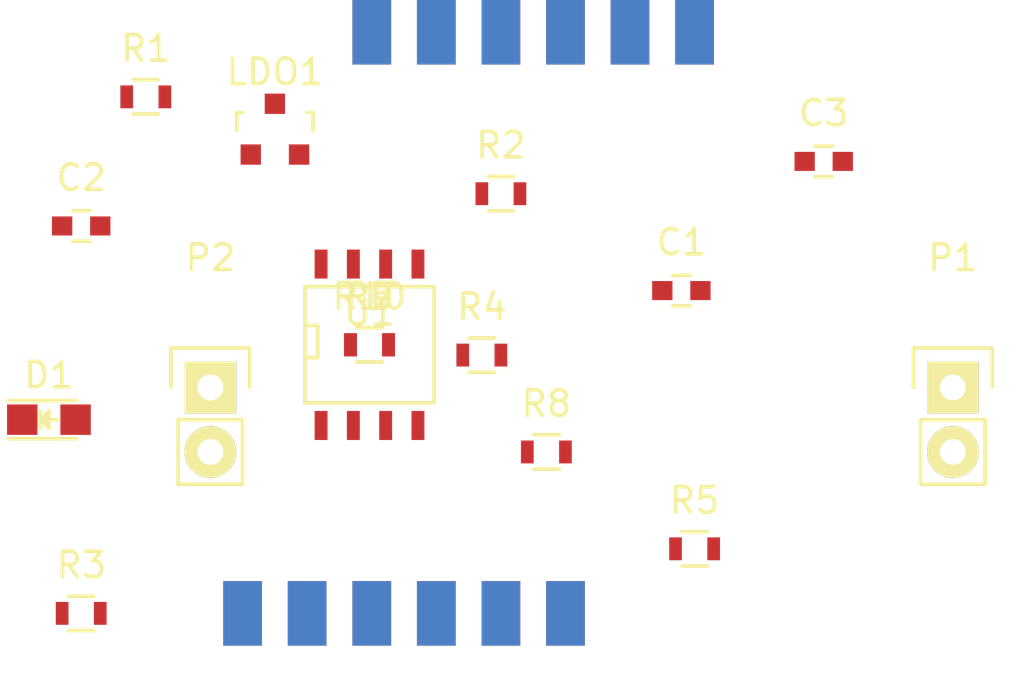
<source format=kicad_pcb>
(kicad_pcb (version 4) (host pcbnew 4.0.0-rc1-stable)

  (general
    (links 50)
    (no_connects 27)
    (area 0 0 0 0)
    (thickness 1.6)
    (drawings 0)
    (tracks 0)
    (zones 0)
    (modules 20)
    (nets 18)
  )

  (page A4)
  (layers
    (0 F.Cu signal)
    (31 B.Cu signal)
    (32 B.Adhes user)
    (33 F.Adhes user)
    (34 B.Paste user)
    (35 F.Paste user)
    (36 B.SilkS user)
    (37 F.SilkS user)
    (38 B.Mask user)
    (39 F.Mask user)
    (40 Dwgs.User user)
    (41 Cmts.User user)
    (42 Eco1.User user)
    (43 Eco2.User user)
    (44 Edge.Cuts user)
    (45 Margin user)
    (46 B.CrtYd user)
    (47 F.CrtYd user)
    (48 B.Fab user)
    (49 F.Fab user)
  )

  (setup
    (last_trace_width 0.25)
    (trace_clearance 0.2)
    (zone_clearance 0.508)
    (zone_45_only no)
    (trace_min 0.2)
    (segment_width 0.2)
    (edge_width 0.15)
    (via_size 0.6)
    (via_drill 0.4)
    (via_min_size 0.4)
    (via_min_drill 0.3)
    (uvia_size 0.3)
    (uvia_drill 0.1)
    (uvias_allowed no)
    (uvia_min_size 0.2)
    (uvia_min_drill 0.1)
    (pcb_text_width 0.3)
    (pcb_text_size 1.5 1.5)
    (mod_edge_width 0.15)
    (mod_text_size 1 1)
    (mod_text_width 0.15)
    (pad_size 1.524 1.524)
    (pad_drill 0.762)
    (pad_to_mask_clearance 0.2)
    (aux_axis_origin 0 0)
    (visible_elements FFFFFF7F)
    (pcbplotparams
      (layerselection 0x00030_80000001)
      (usegerberextensions false)
      (excludeedgelayer true)
      (linewidth 0.100000)
      (plotframeref false)
      (viasonmask false)
      (mode 1)
      (useauxorigin false)
      (hpglpennumber 1)
      (hpglpenspeed 20)
      (hpglpendiameter 15)
      (hpglpenoverlay 2)
      (psnegative false)
      (psa4output false)
      (plotreference true)
      (plotvalue true)
      (plotinvisibletext false)
      (padsonsilk false)
      (subtractmaskfromsilk false)
      (outputformat 1)
      (mirror false)
      (drillshape 1)
      (scaleselection 1)
      (outputdirectory ""))
  )

  (net 0 "")
  (net 1 /5V)
  (net 2 GND)
  (net 3 /3v3)
  (net 4 "Net-(D1-Pad2)")
  (net 5 /SDA)
  (net 6 /X3)
  (net 7 /X2)
  (net 8 /X1)
  (net 9 /SCL)
  (net 10 /X6)
  (net 11 /X7)
  (net 12 /X0)
  (net 13 "Net-(P1-Pad1)")
  (net 14 "Net-(P1-Pad2)")
  (net 15 "Net-(P2-Pad1)")
  (net 16 "Net-(R8-Pad1)")
  (net 17 "Net-(U1-Pad8)")

  (net_class Default "This is the default net class."
    (clearance 0.2)
    (trace_width 0.25)
    (via_dia 0.6)
    (via_drill 0.4)
    (uvia_dia 0.3)
    (uvia_drill 0.1)
    (add_net /3v3)
    (add_net /5V)
    (add_net /SCL)
    (add_net /SDA)
    (add_net /X0)
    (add_net /X1)
    (add_net /X2)
    (add_net /X3)
    (add_net /X6)
    (add_net /X7)
    (add_net GND)
    (add_net "Net-(D1-Pad2)")
    (add_net "Net-(P1-Pad1)")
    (add_net "Net-(P1-Pad2)")
    (add_net "Net-(P2-Pad1)")
    (add_net "Net-(R8-Pad1)")
    (add_net "Net-(U1-Pad8)")
  )

  (module Capacitors_SMD:C_0603 (layer F.Cu) (tedit 5415D631) (tstamp 5622E883)
    (at 160.77 102.87)
    (descr "Capacitor SMD 0603, reflow soldering, AVX (see smccp.pdf)")
    (tags "capacitor 0603")
    (path /5622D561)
    (attr smd)
    (fp_text reference C1 (at 0 -1.9) (layer F.SilkS)
      (effects (font (size 1 1) (thickness 0.15)))
    )
    (fp_text value 0.1uF (at 0 1.9) (layer F.Fab)
      (effects (font (size 1 1) (thickness 0.15)))
    )
    (fp_line (start -1.45 -0.75) (end 1.45 -0.75) (layer F.CrtYd) (width 0.05))
    (fp_line (start -1.45 0.75) (end 1.45 0.75) (layer F.CrtYd) (width 0.05))
    (fp_line (start -1.45 -0.75) (end -1.45 0.75) (layer F.CrtYd) (width 0.05))
    (fp_line (start 1.45 -0.75) (end 1.45 0.75) (layer F.CrtYd) (width 0.05))
    (fp_line (start -0.35 -0.6) (end 0.35 -0.6) (layer F.SilkS) (width 0.15))
    (fp_line (start 0.35 0.6) (end -0.35 0.6) (layer F.SilkS) (width 0.15))
    (pad 1 smd rect (at -0.75 0) (size 0.8 0.75) (layers F.Cu F.Paste F.Mask)
      (net 1 /5V))
    (pad 2 smd rect (at 0.75 0) (size 0.8 0.75) (layers F.Cu F.Paste F.Mask)
      (net 2 GND))
    (model Capacitors_SMD.3dshapes/C_0603.wrl
      (at (xyz 0 0 0))
      (scale (xyz 1 1 1))
      (rotate (xyz 0 0 0))
    )
  )

  (module Capacitors_SMD:C_0603 (layer F.Cu) (tedit 5415D631) (tstamp 5622E889)
    (at 137.16 100.33)
    (descr "Capacitor SMD 0603, reflow soldering, AVX (see smccp.pdf)")
    (tags "capacitor 0603")
    (path /5622D5D7)
    (attr smd)
    (fp_text reference C2 (at 0 -1.9) (layer F.SilkS)
      (effects (font (size 1 1) (thickness 0.15)))
    )
    (fp_text value 0.1uF (at 0 1.9) (layer F.Fab)
      (effects (font (size 1 1) (thickness 0.15)))
    )
    (fp_line (start -1.45 -0.75) (end 1.45 -0.75) (layer F.CrtYd) (width 0.05))
    (fp_line (start -1.45 0.75) (end 1.45 0.75) (layer F.CrtYd) (width 0.05))
    (fp_line (start -1.45 -0.75) (end -1.45 0.75) (layer F.CrtYd) (width 0.05))
    (fp_line (start 1.45 -0.75) (end 1.45 0.75) (layer F.CrtYd) (width 0.05))
    (fp_line (start -0.35 -0.6) (end 0.35 -0.6) (layer F.SilkS) (width 0.15))
    (fp_line (start 0.35 0.6) (end -0.35 0.6) (layer F.SilkS) (width 0.15))
    (pad 1 smd rect (at -0.75 0) (size 0.8 0.75) (layers F.Cu F.Paste F.Mask)
      (net 3 /3v3))
    (pad 2 smd rect (at 0.75 0) (size 0.8 0.75) (layers F.Cu F.Paste F.Mask)
      (net 2 GND))
    (model Capacitors_SMD.3dshapes/C_0603.wrl
      (at (xyz 0 0 0))
      (scale (xyz 1 1 1))
      (rotate (xyz 0 0 0))
    )
  )

  (module Capacitors_SMD:C_0603 (layer F.Cu) (tedit 5415D631) (tstamp 5622E88F)
    (at 166.37 97.79)
    (descr "Capacitor SMD 0603, reflow soldering, AVX (see smccp.pdf)")
    (tags "capacitor 0603")
    (path /5622D64B)
    (attr smd)
    (fp_text reference C3 (at 0 -1.9) (layer F.SilkS)
      (effects (font (size 1 1) (thickness 0.15)))
    )
    (fp_text value 10uF (at 0 1.9) (layer F.Fab)
      (effects (font (size 1 1) (thickness 0.15)))
    )
    (fp_line (start -1.45 -0.75) (end 1.45 -0.75) (layer F.CrtYd) (width 0.05))
    (fp_line (start -1.45 0.75) (end 1.45 0.75) (layer F.CrtYd) (width 0.05))
    (fp_line (start -1.45 -0.75) (end -1.45 0.75) (layer F.CrtYd) (width 0.05))
    (fp_line (start 1.45 -0.75) (end 1.45 0.75) (layer F.CrtYd) (width 0.05))
    (fp_line (start -0.35 -0.6) (end 0.35 -0.6) (layer F.SilkS) (width 0.15))
    (fp_line (start 0.35 0.6) (end -0.35 0.6) (layer F.SilkS) (width 0.15))
    (pad 1 smd rect (at -0.75 0) (size 0.8 0.75) (layers F.Cu F.Paste F.Mask)
      (net 3 /3v3))
    (pad 2 smd rect (at 0.75 0) (size 0.8 0.75) (layers F.Cu F.Paste F.Mask)
      (net 2 GND))
    (model Capacitors_SMD.3dshapes/C_0603.wrl
      (at (xyz 0 0 0))
      (scale (xyz 1 1 1))
      (rotate (xyz 0 0 0))
    )
  )

  (module LEDs:LED-0805 (layer F.Cu) (tedit 55BDE1C2) (tstamp 5622E895)
    (at 135.89 107.95)
    (descr "LED 0805 smd package")
    (tags "LED 0805 SMD")
    (path /5622EB88)
    (attr smd)
    (fp_text reference D1 (at 0 -1.75) (layer F.SilkS)
      (effects (font (size 1 1) (thickness 0.15)))
    )
    (fp_text value POW (at 0 1.75) (layer F.Fab)
      (effects (font (size 1 1) (thickness 0.15)))
    )
    (fp_line (start -1.6 0.75) (end 1.1 0.75) (layer F.SilkS) (width 0.15))
    (fp_line (start -1.6 -0.75) (end 1.1 -0.75) (layer F.SilkS) (width 0.15))
    (fp_line (start -0.1 0.15) (end -0.1 -0.1) (layer F.SilkS) (width 0.15))
    (fp_line (start -0.1 -0.1) (end -0.25 0.05) (layer F.SilkS) (width 0.15))
    (fp_line (start -0.35 -0.35) (end -0.35 0.35) (layer F.SilkS) (width 0.15))
    (fp_line (start 0 0) (end 0.35 0) (layer F.SilkS) (width 0.15))
    (fp_line (start -0.35 0) (end 0 -0.35) (layer F.SilkS) (width 0.15))
    (fp_line (start 0 -0.35) (end 0 0.35) (layer F.SilkS) (width 0.15))
    (fp_line (start 0 0.35) (end -0.35 0) (layer F.SilkS) (width 0.15))
    (fp_line (start 1.9 -0.95) (end 1.9 0.95) (layer F.CrtYd) (width 0.05))
    (fp_line (start 1.9 0.95) (end -1.9 0.95) (layer F.CrtYd) (width 0.05))
    (fp_line (start -1.9 0.95) (end -1.9 -0.95) (layer F.CrtYd) (width 0.05))
    (fp_line (start -1.9 -0.95) (end 1.9 -0.95) (layer F.CrtYd) (width 0.05))
    (pad 2 smd rect (at 1.04902 0 180) (size 1.19888 1.19888) (layers F.Cu F.Paste F.Mask)
      (net 4 "Net-(D1-Pad2)"))
    (pad 1 smd rect (at -1.04902 0 180) (size 1.19888 1.19888) (layers F.Cu F.Paste F.Mask)
      (net 2 GND))
    (model LEDs.3dshapes/LED-0805.wrl
      (at (xyz 0 0 0))
      (scale (xyz 1 1 1))
      (rotate (xyz 0 0 0))
    )
  )

  (module "Libraries - KiCAD:modular8_rev3_edge" (layer F.Cu) (tedit 560B6D0D) (tstamp 5622E8A5)
    (at 153.67 92.71)
    (path /5622D374)
    (fp_text reference J1 (at -3.81 -3.81) (layer F.SilkS) hide
      (effects (font (size 1 1) (thickness 0.15)))
    )
    (fp_text value modular8_rev3_interface_master (at 1.27 -2.54) (layer F.Fab) hide
      (effects (font (size 1 1) (thickness 0.15)))
    )
    (pad 1 smd rect (at -5.08 0) (size 1.524 2.54) (layers F.Cu F.Paste F.Mask)
      (net 1 /5V))
    (pad 3 smd rect (at -2.54 0) (size 1.524 2.54) (layers F.Cu F.Paste F.Mask)
      (net 5 /SDA))
    (pad 5 smd rect (at 0 0) (size 1.524 2.54) (layers F.Cu F.Paste F.Mask)
      (net 2 GND))
    (pad 7 smd rect (at 2.54 0) (size 1.524 2.54) (layers F.Cu F.Paste F.Mask)
      (net 6 /X3))
    (pad 9 smd rect (at 5.08 0) (size 1.524 2.54) (layers F.Cu F.Paste F.Mask)
      (net 7 /X2))
    (pad 11 smd rect (at 7.62 0) (size 1.524 2.54) (layers F.Cu F.Paste F.Mask)
      (net 8 /X1))
    (pad 2 smd rect (at -5.08 0) (size 1.524 2.54) (layers B.Cu F.Paste F.Mask)
      (net 9 /SCL))
    (pad 4 smd rect (at -2.54 0) (size 1.524 2.54) (layers B.Cu F.Paste F.Mask)
      (net 10 /X6))
    (pad 6 smd rect (at 0 0) (size 1.524 2.54) (layers B.Cu F.Paste F.Mask)
      (net 11 /X7))
    (pad 8 smd rect (at 2.54 0) (size 1.524 2.54) (layers B.Cu F.Paste F.Mask)
      (net 2 GND))
    (pad 10 smd rect (at 5.08 0) (size 1.524 2.54) (layers B.Cu F.Paste F.Mask)
      (net 12 /X0))
    (pad 12 smd rect (at 7.62 0) (size 1.524 2.54) (layers B.Cu F.Paste F.Mask)
      (net 1 /5V))
  )

  (module "Libraries - KiCAD:modular8_rev3_edge" (layer F.Cu) (tedit 560B6D0D) (tstamp 5622E8B5)
    (at 148.59 115.57)
    (path /5622D39F)
    (fp_text reference J2 (at -3.81 -3.81) (layer F.SilkS) hide
      (effects (font (size 1 1) (thickness 0.15)))
    )
    (fp_text value modular8_rev3_interface_slave (at 1.27 -2.54) (layer F.Fab) hide
      (effects (font (size 1 1) (thickness 0.15)))
    )
    (pad 1 smd rect (at -5.08 0) (size 1.524 2.54) (layers F.Cu F.Paste F.Mask)
      (net 8 /X1))
    (pad 3 smd rect (at -2.54 0) (size 1.524 2.54) (layers F.Cu F.Paste F.Mask)
      (net 7 /X2))
    (pad 5 smd rect (at 0 0) (size 1.524 2.54) (layers F.Cu F.Paste F.Mask)
      (net 6 /X3))
    (pad 7 smd rect (at 2.54 0) (size 1.524 2.54) (layers F.Cu F.Paste F.Mask)
      (net 2 GND))
    (pad 9 smd rect (at 5.08 0) (size 1.524 2.54) (layers F.Cu F.Paste F.Mask)
      (net 5 /SDA))
    (pad 11 smd rect (at 7.62 0) (size 1.524 2.54) (layers F.Cu F.Paste F.Mask)
      (net 1 /5V))
    (pad 2 smd rect (at -5.08 0) (size 1.524 2.54) (layers B.Cu F.Paste F.Mask)
      (net 1 /5V))
    (pad 4 smd rect (at -2.54 0) (size 1.524 2.54) (layers B.Cu F.Paste F.Mask)
      (net 12 /X0))
    (pad 6 smd rect (at 0 0) (size 1.524 2.54) (layers B.Cu F.Paste F.Mask)
      (net 2 GND))
    (pad 8 smd rect (at 2.54 0) (size 1.524 2.54) (layers B.Cu F.Paste F.Mask)
      (net 11 /X7))
    (pad 10 smd rect (at 5.08 0) (size 1.524 2.54) (layers B.Cu F.Paste F.Mask)
      (net 10 /X6))
    (pad 12 smd rect (at 7.62 0) (size 1.524 2.54) (layers B.Cu F.Paste F.Mask)
      (net 9 /SCL))
  )

  (module TO_SOT_Packages_SMD:SOT-23 (layer F.Cu) (tedit 553634F8) (tstamp 5622E8BC)
    (at 144.78 96.52)
    (descr "SOT-23, Standard")
    (tags SOT-23)
    (path /5622D43F)
    (attr smd)
    (fp_text reference LDO1 (at 0 -2.25) (layer F.SilkS)
      (effects (font (size 1 1) (thickness 0.15)))
    )
    (fp_text value AP7313-33SAG-7 (at 0 2.3) (layer F.Fab)
      (effects (font (size 1 1) (thickness 0.15)))
    )
    (fp_line (start -1.65 -1.6) (end 1.65 -1.6) (layer F.CrtYd) (width 0.05))
    (fp_line (start 1.65 -1.6) (end 1.65 1.6) (layer F.CrtYd) (width 0.05))
    (fp_line (start 1.65 1.6) (end -1.65 1.6) (layer F.CrtYd) (width 0.05))
    (fp_line (start -1.65 1.6) (end -1.65 -1.6) (layer F.CrtYd) (width 0.05))
    (fp_line (start 1.29916 -0.65024) (end 1.2509 -0.65024) (layer F.SilkS) (width 0.15))
    (fp_line (start -1.49982 0.0508) (end -1.49982 -0.65024) (layer F.SilkS) (width 0.15))
    (fp_line (start -1.49982 -0.65024) (end -1.2509 -0.65024) (layer F.SilkS) (width 0.15))
    (fp_line (start 1.29916 -0.65024) (end 1.49982 -0.65024) (layer F.SilkS) (width 0.15))
    (fp_line (start 1.49982 -0.65024) (end 1.49982 0.0508) (layer F.SilkS) (width 0.15))
    (pad 1 smd rect (at -0.95 1.00076) (size 0.8001 0.8001) (layers F.Cu F.Paste F.Mask)
      (net 1 /5V))
    (pad 2 smd rect (at 0.95 1.00076) (size 0.8001 0.8001) (layers F.Cu F.Paste F.Mask)
      (net 3 /3v3))
    (pad 3 smd rect (at 0 -0.99822) (size 0.8001 0.8001) (layers F.Cu F.Paste F.Mask)
      (net 2 GND))
    (model TO_SOT_Packages_SMD.3dshapes/SOT-23.wrl
      (at (xyz 0 0 0))
      (scale (xyz 1 1 1))
      (rotate (xyz 0 0 0))
    )
  )

  (module Pin_Headers:Pin_Header_Straight_1x02 (layer F.Cu) (tedit 54EA090C) (tstamp 5622E8C2)
    (at 171.45 106.68)
    (descr "Through hole pin header")
    (tags "pin header")
    (path /5622E960)
    (fp_text reference P1 (at 0 -5.1) (layer F.SilkS)
      (effects (font (size 1 1) (thickness 0.15)))
    )
    (fp_text value ASCALE (at 0 -3.1) (layer F.Fab)
      (effects (font (size 1 1) (thickness 0.15)))
    )
    (fp_line (start 1.27 1.27) (end 1.27 3.81) (layer F.SilkS) (width 0.15))
    (fp_line (start 1.55 -1.55) (end 1.55 0) (layer F.SilkS) (width 0.15))
    (fp_line (start -1.75 -1.75) (end -1.75 4.3) (layer F.CrtYd) (width 0.05))
    (fp_line (start 1.75 -1.75) (end 1.75 4.3) (layer F.CrtYd) (width 0.05))
    (fp_line (start -1.75 -1.75) (end 1.75 -1.75) (layer F.CrtYd) (width 0.05))
    (fp_line (start -1.75 4.3) (end 1.75 4.3) (layer F.CrtYd) (width 0.05))
    (fp_line (start 1.27 1.27) (end -1.27 1.27) (layer F.SilkS) (width 0.15))
    (fp_line (start -1.55 0) (end -1.55 -1.55) (layer F.SilkS) (width 0.15))
    (fp_line (start -1.55 -1.55) (end 1.55 -1.55) (layer F.SilkS) (width 0.15))
    (fp_line (start -1.27 1.27) (end -1.27 3.81) (layer F.SilkS) (width 0.15))
    (fp_line (start -1.27 3.81) (end 1.27 3.81) (layer F.SilkS) (width 0.15))
    (pad 1 thru_hole rect (at 0 0) (size 2.032 2.032) (drill 1.016) (layers *.Cu *.Mask F.SilkS)
      (net 13 "Net-(P1-Pad1)"))
    (pad 2 thru_hole oval (at 0 2.54) (size 2.032 2.032) (drill 1.016) (layers *.Cu *.Mask F.SilkS)
      (net 14 "Net-(P1-Pad2)"))
    (model Pin_Headers.3dshapes/Pin_Header_Straight_1x02.wrl
      (at (xyz 0 -0.05 0))
      (scale (xyz 1 1 1))
      (rotate (xyz 0 0 90))
    )
  )

  (module Pin_Headers:Pin_Header_Straight_1x02 (layer F.Cu) (tedit 54EA090C) (tstamp 5622E8C8)
    (at 142.24 106.68)
    (descr "Through hole pin header")
    (tags "pin header")
    (path /5622E861)
    (fp_text reference P2 (at 0 -5.1) (layer F.SilkS)
      (effects (font (size 1 1) (thickness 0.15)))
    )
    (fp_text value CLKW (at 0 -3.1) (layer F.Fab)
      (effects (font (size 1 1) (thickness 0.15)))
    )
    (fp_line (start 1.27 1.27) (end 1.27 3.81) (layer F.SilkS) (width 0.15))
    (fp_line (start 1.55 -1.55) (end 1.55 0) (layer F.SilkS) (width 0.15))
    (fp_line (start -1.75 -1.75) (end -1.75 4.3) (layer F.CrtYd) (width 0.05))
    (fp_line (start 1.75 -1.75) (end 1.75 4.3) (layer F.CrtYd) (width 0.05))
    (fp_line (start -1.75 -1.75) (end 1.75 -1.75) (layer F.CrtYd) (width 0.05))
    (fp_line (start -1.75 4.3) (end 1.75 4.3) (layer F.CrtYd) (width 0.05))
    (fp_line (start 1.27 1.27) (end -1.27 1.27) (layer F.SilkS) (width 0.15))
    (fp_line (start -1.55 0) (end -1.55 -1.55) (layer F.SilkS) (width 0.15))
    (fp_line (start -1.55 -1.55) (end 1.55 -1.55) (layer F.SilkS) (width 0.15))
    (fp_line (start -1.27 1.27) (end -1.27 3.81) (layer F.SilkS) (width 0.15))
    (fp_line (start -1.27 3.81) (end 1.27 3.81) (layer F.SilkS) (width 0.15))
    (pad 1 thru_hole rect (at 0 0) (size 2.032 2.032) (drill 1.016) (layers *.Cu *.Mask F.SilkS)
      (net 15 "Net-(P2-Pad1)"))
    (pad 2 thru_hole oval (at 0 2.54) (size 2.032 2.032) (drill 1.016) (layers *.Cu *.Mask F.SilkS)
      (net 2 GND))
    (model Pin_Headers.3dshapes/Pin_Header_Straight_1x02.wrl
      (at (xyz 0 -0.05 0))
      (scale (xyz 1 1 1))
      (rotate (xyz 0 0 90))
    )
  )

  (module Resistors_SMD:R_0603 (layer F.Cu) (tedit 5415CC62) (tstamp 5622E8CE)
    (at 139.7 95.25)
    (descr "Resistor SMD 0603, reflow soldering, Vishay (see dcrcw.pdf)")
    (tags "resistor 0603")
    (path /5622ED36)
    (attr smd)
    (fp_text reference R1 (at 0 -1.9) (layer F.SilkS)
      (effects (font (size 1 1) (thickness 0.15)))
    )
    (fp_text value 680 (at 0 1.9) (layer F.Fab)
      (effects (font (size 1 1) (thickness 0.15)))
    )
    (fp_line (start -1.3 -0.8) (end 1.3 -0.8) (layer F.CrtYd) (width 0.05))
    (fp_line (start -1.3 0.8) (end 1.3 0.8) (layer F.CrtYd) (width 0.05))
    (fp_line (start -1.3 -0.8) (end -1.3 0.8) (layer F.CrtYd) (width 0.05))
    (fp_line (start 1.3 -0.8) (end 1.3 0.8) (layer F.CrtYd) (width 0.05))
    (fp_line (start 0.5 0.675) (end -0.5 0.675) (layer F.SilkS) (width 0.15))
    (fp_line (start -0.5 -0.675) (end 0.5 -0.675) (layer F.SilkS) (width 0.15))
    (pad 1 smd rect (at -0.75 0) (size 0.5 0.9) (layers F.Cu F.Paste F.Mask)
      (net 3 /3v3))
    (pad 2 smd rect (at 0.75 0) (size 0.5 0.9) (layers F.Cu F.Paste F.Mask)
      (net 4 "Net-(D1-Pad2)"))
    (model Resistors_SMD.3dshapes/R_0603.wrl
      (at (xyz 0 0 0))
      (scale (xyz 1 1 1))
      (rotate (xyz 0 0 0))
    )
  )

  (module Resistors_SMD:R_0603 (layer F.Cu) (tedit 5415CC62) (tstamp 5622E8D4)
    (at 153.67 99.06)
    (descr "Resistor SMD 0603, reflow soldering, Vishay (see dcrcw.pdf)")
    (tags "resistor 0603")
    (path /5622F17A)
    (attr smd)
    (fp_text reference R2 (at 0 -1.9) (layer F.SilkS)
      (effects (font (size 1 1) (thickness 0.15)))
    )
    (fp_text value 0 (at 0 1.9) (layer F.Fab)
      (effects (font (size 1 1) (thickness 0.15)))
    )
    (fp_line (start -1.3 -0.8) (end 1.3 -0.8) (layer F.CrtYd) (width 0.05))
    (fp_line (start -1.3 0.8) (end 1.3 0.8) (layer F.CrtYd) (width 0.05))
    (fp_line (start -1.3 -0.8) (end -1.3 0.8) (layer F.CrtYd) (width 0.05))
    (fp_line (start 1.3 -0.8) (end 1.3 0.8) (layer F.CrtYd) (width 0.05))
    (fp_line (start 0.5 0.675) (end -0.5 0.675) (layer F.SilkS) (width 0.15))
    (fp_line (start -0.5 -0.675) (end 0.5 -0.675) (layer F.SilkS) (width 0.15))
    (pad 1 smd rect (at -0.75 0) (size 0.5 0.9) (layers F.Cu F.Paste F.Mask)
      (net 12 /X0))
    (pad 2 smd rect (at 0.75 0) (size 0.5 0.9) (layers F.Cu F.Paste F.Mask)
      (net 13 "Net-(P1-Pad1)"))
    (model Resistors_SMD.3dshapes/R_0603.wrl
      (at (xyz 0 0 0))
      (scale (xyz 1 1 1))
      (rotate (xyz 0 0 0))
    )
  )

  (module Resistors_SMD:R_0603 (layer F.Cu) (tedit 5415CC62) (tstamp 5622E8DA)
    (at 137.16 115.57)
    (descr "Resistor SMD 0603, reflow soldering, Vishay (see dcrcw.pdf)")
    (tags "resistor 0603")
    (path /5622F10E)
    (attr smd)
    (fp_text reference R3 (at 0 -1.9) (layer F.SilkS)
      (effects (font (size 1 1) (thickness 0.15)))
    )
    (fp_text value 0 (at 0 1.9) (layer F.Fab)
      (effects (font (size 1 1) (thickness 0.15)))
    )
    (fp_line (start -1.3 -0.8) (end 1.3 -0.8) (layer F.CrtYd) (width 0.05))
    (fp_line (start -1.3 0.8) (end 1.3 0.8) (layer F.CrtYd) (width 0.05))
    (fp_line (start -1.3 -0.8) (end -1.3 0.8) (layer F.CrtYd) (width 0.05))
    (fp_line (start 1.3 -0.8) (end 1.3 0.8) (layer F.CrtYd) (width 0.05))
    (fp_line (start 0.5 0.675) (end -0.5 0.675) (layer F.SilkS) (width 0.15))
    (fp_line (start -0.5 -0.675) (end 0.5 -0.675) (layer F.SilkS) (width 0.15))
    (pad 1 smd rect (at -0.75 0) (size 0.5 0.9) (layers F.Cu F.Paste F.Mask)
      (net 8 /X1))
    (pad 2 smd rect (at 0.75 0) (size 0.5 0.9) (layers F.Cu F.Paste F.Mask)
      (net 13 "Net-(P1-Pad1)"))
    (model Resistors_SMD.3dshapes/R_0603.wrl
      (at (xyz 0 0 0))
      (scale (xyz 1 1 1))
      (rotate (xyz 0 0 0))
    )
  )

  (module Resistors_SMD:R_0603 (layer F.Cu) (tedit 5415CC62) (tstamp 5622E8E0)
    (at 152.92 105.41)
    (descr "Resistor SMD 0603, reflow soldering, Vishay (see dcrcw.pdf)")
    (tags "resistor 0603")
    (path /5622EFE6)
    (attr smd)
    (fp_text reference R4 (at 0 -1.9) (layer F.SilkS)
      (effects (font (size 1 1) (thickness 0.15)))
    )
    (fp_text value 0 (at 0 1.9) (layer F.Fab)
      (effects (font (size 1 1) (thickness 0.15)))
    )
    (fp_line (start -1.3 -0.8) (end 1.3 -0.8) (layer F.CrtYd) (width 0.05))
    (fp_line (start -1.3 0.8) (end 1.3 0.8) (layer F.CrtYd) (width 0.05))
    (fp_line (start -1.3 -0.8) (end -1.3 0.8) (layer F.CrtYd) (width 0.05))
    (fp_line (start 1.3 -0.8) (end 1.3 0.8) (layer F.CrtYd) (width 0.05))
    (fp_line (start 0.5 0.675) (end -0.5 0.675) (layer F.SilkS) (width 0.15))
    (fp_line (start -0.5 -0.675) (end 0.5 -0.675) (layer F.SilkS) (width 0.15))
    (pad 1 smd rect (at -0.75 0) (size 0.5 0.9) (layers F.Cu F.Paste F.Mask)
      (net 7 /X2))
    (pad 2 smd rect (at 0.75 0) (size 0.5 0.9) (layers F.Cu F.Paste F.Mask)
      (net 13 "Net-(P1-Pad1)"))
    (model Resistors_SMD.3dshapes/R_0603.wrl
      (at (xyz 0 0 0))
      (scale (xyz 1 1 1))
      (rotate (xyz 0 0 0))
    )
  )

  (module Resistors_SMD:R_0603 (layer F.Cu) (tedit 5415CC62) (tstamp 5622E8E6)
    (at 161.29 113.03)
    (descr "Resistor SMD 0603, reflow soldering, Vishay (see dcrcw.pdf)")
    (tags "resistor 0603")
    (path /5622F3A7)
    (attr smd)
    (fp_text reference R5 (at 0 -1.9) (layer F.SilkS)
      (effects (font (size 1 1) (thickness 0.15)))
    )
    (fp_text value 0 (at 0 1.9) (layer F.Fab)
      (effects (font (size 1 1) (thickness 0.15)))
    )
    (fp_line (start -1.3 -0.8) (end 1.3 -0.8) (layer F.CrtYd) (width 0.05))
    (fp_line (start -1.3 0.8) (end 1.3 0.8) (layer F.CrtYd) (width 0.05))
    (fp_line (start -1.3 -0.8) (end -1.3 0.8) (layer F.CrtYd) (width 0.05))
    (fp_line (start 1.3 -0.8) (end 1.3 0.8) (layer F.CrtYd) (width 0.05))
    (fp_line (start 0.5 0.675) (end -0.5 0.675) (layer F.SilkS) (width 0.15))
    (fp_line (start -0.5 -0.675) (end 0.5 -0.675) (layer F.SilkS) (width 0.15))
    (pad 1 smd rect (at -0.75 0) (size 0.5 0.9) (layers F.Cu F.Paste F.Mask)
      (net 6 /X3))
    (pad 2 smd rect (at 0.75 0) (size 0.5 0.9) (layers F.Cu F.Paste F.Mask)
      (net 13 "Net-(P1-Pad1)"))
    (model Resistors_SMD.3dshapes/R_0603.wrl
      (at (xyz 0 0 0))
      (scale (xyz 1 1 1))
      (rotate (xyz 0 0 0))
    )
  )

  (module Resistors_SMD:R_0603 (layer F.Cu) (tedit 5415CC62) (tstamp 5622E8EC)
    (at 148.5011 105.0036)
    (descr "Resistor SMD 0603, reflow soldering, Vishay (see dcrcw.pdf)")
    (tags "resistor 0603")
    (path /5622F3A1)
    (attr smd)
    (fp_text reference R6 (at 0 -1.9) (layer F.SilkS)
      (effects (font (size 1 1) (thickness 0.15)))
    )
    (fp_text value 0 (at 0 1.9) (layer F.Fab)
      (effects (font (size 1 1) (thickness 0.15)))
    )
    (fp_line (start -1.3 -0.8) (end 1.3 -0.8) (layer F.CrtYd) (width 0.05))
    (fp_line (start -1.3 0.8) (end 1.3 0.8) (layer F.CrtYd) (width 0.05))
    (fp_line (start -1.3 -0.8) (end -1.3 0.8) (layer F.CrtYd) (width 0.05))
    (fp_line (start 1.3 -0.8) (end 1.3 0.8) (layer F.CrtYd) (width 0.05))
    (fp_line (start 0.5 0.675) (end -0.5 0.675) (layer F.SilkS) (width 0.15))
    (fp_line (start -0.5 -0.675) (end 0.5 -0.675) (layer F.SilkS) (width 0.15))
    (pad 1 smd rect (at -0.75 0) (size 0.5 0.9) (layers F.Cu F.Paste F.Mask)
      (net 10 /X6))
    (pad 2 smd rect (at 0.75 0) (size 0.5 0.9) (layers F.Cu F.Paste F.Mask)
      (net 13 "Net-(P1-Pad1)"))
    (model Resistors_SMD.3dshapes/R_0603.wrl
      (at (xyz 0 0 0))
      (scale (xyz 1 1 1))
      (rotate (xyz 0 0 0))
    )
  )

  (module Resistors_SMD:R_0603 (layer F.Cu) (tedit 5415CC62) (tstamp 5622E8F2)
    (at 148.5011 105.0036)
    (descr "Resistor SMD 0603, reflow soldering, Vishay (see dcrcw.pdf)")
    (tags "resistor 0603")
    (path /5622F39B)
    (attr smd)
    (fp_text reference R7 (at 0 -1.9) (layer F.SilkS)
      (effects (font (size 1 1) (thickness 0.15)))
    )
    (fp_text value 0 (at 0 1.9) (layer F.Fab)
      (effects (font (size 1 1) (thickness 0.15)))
    )
    (fp_line (start -1.3 -0.8) (end 1.3 -0.8) (layer F.CrtYd) (width 0.05))
    (fp_line (start -1.3 0.8) (end 1.3 0.8) (layer F.CrtYd) (width 0.05))
    (fp_line (start -1.3 -0.8) (end -1.3 0.8) (layer F.CrtYd) (width 0.05))
    (fp_line (start 1.3 -0.8) (end 1.3 0.8) (layer F.CrtYd) (width 0.05))
    (fp_line (start 0.5 0.675) (end -0.5 0.675) (layer F.SilkS) (width 0.15))
    (fp_line (start -0.5 -0.675) (end 0.5 -0.675) (layer F.SilkS) (width 0.15))
    (pad 1 smd rect (at -0.75 0) (size 0.5 0.9) (layers F.Cu F.Paste F.Mask)
      (net 11 /X7))
    (pad 2 smd rect (at 0.75 0) (size 0.5 0.9) (layers F.Cu F.Paste F.Mask)
      (net 13 "Net-(P1-Pad1)"))
    (model Resistors_SMD.3dshapes/R_0603.wrl
      (at (xyz 0 0 0))
      (scale (xyz 1 1 1))
      (rotate (xyz 0 0 0))
    )
  )

  (module Resistors_SMD:R_0603 (layer F.Cu) (tedit 5415CC62) (tstamp 5622E8F8)
    (at 155.46 109.22)
    (descr "Resistor SMD 0603, reflow soldering, Vishay (see dcrcw.pdf)")
    (tags "resistor 0603")
    (path /5622E4A0)
    (attr smd)
    (fp_text reference R8 (at 0 -1.9) (layer F.SilkS)
      (effects (font (size 1 1) (thickness 0.15)))
    )
    (fp_text value 20k (at 0 1.9) (layer F.Fab)
      (effects (font (size 1 1) (thickness 0.15)))
    )
    (fp_line (start -1.3 -0.8) (end 1.3 -0.8) (layer F.CrtYd) (width 0.05))
    (fp_line (start -1.3 0.8) (end 1.3 0.8) (layer F.CrtYd) (width 0.05))
    (fp_line (start -1.3 -0.8) (end -1.3 0.8) (layer F.CrtYd) (width 0.05))
    (fp_line (start 1.3 -0.8) (end 1.3 0.8) (layer F.CrtYd) (width 0.05))
    (fp_line (start 0.5 0.675) (end -0.5 0.675) (layer F.SilkS) (width 0.15))
    (fp_line (start -0.5 -0.675) (end 0.5 -0.675) (layer F.SilkS) (width 0.15))
    (pad 1 smd rect (at -0.75 0) (size 0.5 0.9) (layers F.Cu F.Paste F.Mask)
      (net 16 "Net-(R8-Pad1)"))
    (pad 2 smd rect (at 0.75 0) (size 0.5 0.9) (layers F.Cu F.Paste F.Mask)
      (net 13 "Net-(P1-Pad1)"))
    (model Resistors_SMD.3dshapes/R_0603.wrl
      (at (xyz 0 0 0))
      (scale (xyz 1 1 1))
      (rotate (xyz 0 0 0))
    )
  )

  (module Resistors_SMD:R_0603 (layer F.Cu) (tedit 5415CC62) (tstamp 5622E8FE)
    (at 148.5011 105.0036)
    (descr "Resistor SMD 0603, reflow soldering, Vishay (see dcrcw.pdf)")
    (tags "resistor 0603")
    (path /5622E36F)
    (attr smd)
    (fp_text reference R9 (at 0 -1.9) (layer F.SilkS)
      (effects (font (size 1 1) (thickness 0.15)))
    )
    (fp_text value 33k (at 0 1.9) (layer F.Fab)
      (effects (font (size 1 1) (thickness 0.15)))
    )
    (fp_line (start -1.3 -0.8) (end 1.3 -0.8) (layer F.CrtYd) (width 0.05))
    (fp_line (start -1.3 0.8) (end 1.3 0.8) (layer F.CrtYd) (width 0.05))
    (fp_line (start -1.3 -0.8) (end -1.3 0.8) (layer F.CrtYd) (width 0.05))
    (fp_line (start 1.3 -0.8) (end 1.3 0.8) (layer F.CrtYd) (width 0.05))
    (fp_line (start 0.5 0.675) (end -0.5 0.675) (layer F.SilkS) (width 0.15))
    (fp_line (start -0.5 -0.675) (end 0.5 -0.675) (layer F.SilkS) (width 0.15))
    (pad 1 smd rect (at -0.75 0) (size 0.5 0.9) (layers F.Cu F.Paste F.Mask)
      (net 14 "Net-(P1-Pad2)"))
    (pad 2 smd rect (at 0.75 0) (size 0.5 0.9) (layers F.Cu F.Paste F.Mask)
      (net 2 GND))
    (model Resistors_SMD.3dshapes/R_0603.wrl
      (at (xyz 0 0 0))
      (scale (xyz 1 1 1))
      (rotate (xyz 0 0 0))
    )
  )

  (module Resistors_SMD:R_0603 (layer F.Cu) (tedit 5415CC62) (tstamp 5622E904)
    (at 148.5011 105.0036)
    (descr "Resistor SMD 0603, reflow soldering, Vishay (see dcrcw.pdf)")
    (tags "resistor 0603")
    (path /5622DEC0)
    (attr smd)
    (fp_text reference R10 (at 0 -1.9) (layer F.SilkS)
      (effects (font (size 1 1) (thickness 0.15)))
    )
    (fp_text value 10k (at 0 1.9) (layer F.Fab)
      (effects (font (size 1 1) (thickness 0.15)))
    )
    (fp_line (start -1.3 -0.8) (end 1.3 -0.8) (layer F.CrtYd) (width 0.05))
    (fp_line (start -1.3 0.8) (end 1.3 0.8) (layer F.CrtYd) (width 0.05))
    (fp_line (start -1.3 -0.8) (end -1.3 0.8) (layer F.CrtYd) (width 0.05))
    (fp_line (start 1.3 -0.8) (end 1.3 0.8) (layer F.CrtYd) (width 0.05))
    (fp_line (start 0.5 0.675) (end -0.5 0.675) (layer F.SilkS) (width 0.15))
    (fp_line (start -0.5 -0.675) (end 0.5 -0.675) (layer F.SilkS) (width 0.15))
    (pad 1 smd rect (at -0.75 0) (size 0.5 0.9) (layers F.Cu F.Paste F.Mask)
      (net 3 /3v3))
    (pad 2 smd rect (at 0.75 0) (size 0.5 0.9) (layers F.Cu F.Paste F.Mask)
      (net 15 "Net-(P2-Pad1)"))
    (model Resistors_SMD.3dshapes/R_0603.wrl
      (at (xyz 0 0 0))
      (scale (xyz 1 1 1))
      (rotate (xyz 0 0 0))
    )
  )

  (module SMD_Packages:SOIC-8-N (layer F.Cu) (tedit 0) (tstamp 5622E910)
    (at 148.5011 105.0036)
    (descr "Module Narrow CMS SOJ 8 pins large")
    (tags "CMS SOJ")
    (path /5622D2EA)
    (attr smd)
    (fp_text reference U1 (at 0 -1.27) (layer F.SilkS)
      (effects (font (size 1 1) (thickness 0.15)))
    )
    (fp_text value AS5600 (at 0 1.27) (layer F.Fab)
      (effects (font (size 1 1) (thickness 0.15)))
    )
    (fp_line (start -2.54 -2.286) (end 2.54 -2.286) (layer F.SilkS) (width 0.15))
    (fp_line (start 2.54 -2.286) (end 2.54 2.286) (layer F.SilkS) (width 0.15))
    (fp_line (start 2.54 2.286) (end -2.54 2.286) (layer F.SilkS) (width 0.15))
    (fp_line (start -2.54 2.286) (end -2.54 -2.286) (layer F.SilkS) (width 0.15))
    (fp_line (start -2.54 -0.762) (end -2.032 -0.762) (layer F.SilkS) (width 0.15))
    (fp_line (start -2.032 -0.762) (end -2.032 0.508) (layer F.SilkS) (width 0.15))
    (fp_line (start -2.032 0.508) (end -2.54 0.508) (layer F.SilkS) (width 0.15))
    (pad 8 smd rect (at -1.905 -3.175) (size 0.508 1.143) (layers F.Cu F.Paste F.Mask)
      (net 17 "Net-(U1-Pad8)"))
    (pad 7 smd rect (at -0.635 -3.175) (size 0.508 1.143) (layers F.Cu F.Paste F.Mask)
      (net 5 /SDA))
    (pad 6 smd rect (at 0.635 -3.175) (size 0.508 1.143) (layers F.Cu F.Paste F.Mask)
      (net 9 /SCL))
    (pad 5 smd rect (at 1.905 -3.175) (size 0.508 1.143) (layers F.Cu F.Paste F.Mask)
      (net 15 "Net-(P2-Pad1)"))
    (pad 4 smd rect (at 1.905 3.175) (size 0.508 1.143) (layers F.Cu F.Paste F.Mask)
      (net 2 GND))
    (pad 3 smd rect (at 0.635 3.175) (size 0.508 1.143) (layers F.Cu F.Paste F.Mask)
      (net 16 "Net-(R8-Pad1)"))
    (pad 2 smd rect (at -0.635 3.175) (size 0.508 1.143) (layers F.Cu F.Paste F.Mask)
      (net 3 /3v3))
    (pad 1 smd rect (at -1.905 3.175) (size 0.508 1.143) (layers F.Cu F.Paste F.Mask)
      (net 3 /3v3))
    (model SMD_Packages.3dshapes/SOIC-8-N.wrl
      (at (xyz 0 0 0))
      (scale (xyz 0.5 0.38 0.5))
      (rotate (xyz 0 0 0))
    )
  )

)

</source>
